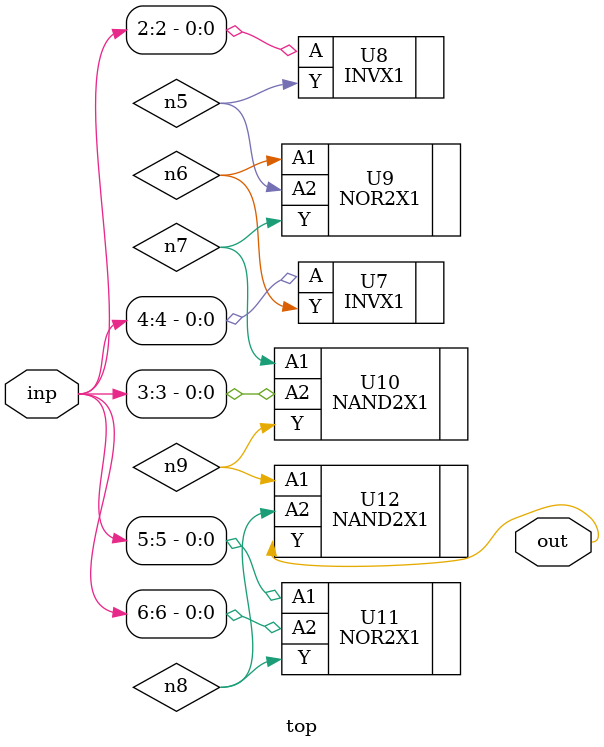
<source format=sv>


module top ( inp, out );
  input [6:0] inp;
  output out;
  wire   n5, n6, n7, n8, n9;

  INVX1 U7 ( .A(inp[4]), .Y(n6) );
  INVX1 U8 ( .A(inp[2]), .Y(n5) );
  NOR2X1 U9 ( .A1(n6), .A2(n5), .Y(n7) );
  NAND2X1 U10 ( .A1(n7), .A2(inp[3]), .Y(n9) );
  NOR2X1 U11 ( .A1(inp[5]), .A2(inp[6]), .Y(n8) );
  NAND2X1 U12 ( .A1(n9), .A2(n8), .Y(out) );
endmodule


</source>
